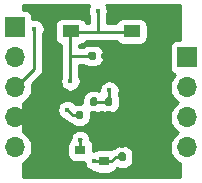
<source format=gbr>
%TF.GenerationSoftware,KiCad,Pcbnew,(5.1.7-0-10_14)*%
%TF.CreationDate,2020-11-09T11:56:13+00:00*%
%TF.ProjectId,STM32G031J6_Breakout,53544d33-3247-4303-9331-4a365f427265,rev?*%
%TF.SameCoordinates,Original*%
%TF.FileFunction,Copper,L2,Bot*%
%TF.FilePolarity,Positive*%
%FSLAX46Y46*%
G04 Gerber Fmt 4.6, Leading zero omitted, Abs format (unit mm)*
G04 Created by KiCad (PCBNEW (5.1.7-0-10_14)) date 2020-11-09 11:56:13*
%MOMM*%
%LPD*%
G01*
G04 APERTURE LIST*
%TA.AperFunction,ComponentPad*%
%ADD10O,1.700000X1.700000*%
%TD*%
%TA.AperFunction,ComponentPad*%
%ADD11R,1.700000X1.700000*%
%TD*%
%TA.AperFunction,SMDPad,CuDef*%
%ADD12R,0.900000X0.800000*%
%TD*%
%TA.AperFunction,SMDPad,CuDef*%
%ADD13R,1.450000X1.000000*%
%TD*%
%TA.AperFunction,ViaPad*%
%ADD14C,0.450000*%
%TD*%
%TA.AperFunction,Conductor*%
%ADD15C,0.250000*%
%TD*%
%TA.AperFunction,Conductor*%
%ADD16C,1.000000*%
%TD*%
%TA.AperFunction,Conductor*%
%ADD17C,0.254000*%
%TD*%
%TA.AperFunction,Conductor*%
%ADD18C,0.100000*%
%TD*%
G04 APERTURE END LIST*
D10*
%TO.P,J4,4*%
%TO.N,/PA8*%
X144780000Y-101600000D03*
%TO.P,J4,3*%
%TO.N,/PA12*%
X144780000Y-99060000D03*
%TO.P,J4,2*%
%TO.N,/SWDIO*%
X144780000Y-96520000D03*
D11*
%TO.P,J4,1*%
%TO.N,/SWCLK*%
X144780000Y-93980000D03*
%TD*%
D10*
%TO.P,J1,5*%
%TO.N,/NRST*%
X130175000Y-101600000D03*
%TO.P,J1,4*%
%TO.N,GNDS*%
X130175000Y-99060000D03*
%TO.P,J1,3*%
%TO.N,+3V3*%
X130175000Y-96520000D03*
%TO.P,J1,2*%
%TO.N,/PB7*%
X130175000Y-93980000D03*
D11*
%TO.P,J1,1*%
%TO.N,/VIN*%
X130175000Y-91440000D03*
%TD*%
D12*
%TO.P,U1,3*%
%TO.N,/VIN*%
X135715500Y-101828600D03*
%TO.P,U1,2*%
%TO.N,+3V3*%
X137715500Y-102778600D03*
%TO.P,U1,1*%
%TO.N,GNDS*%
X137715500Y-100878600D03*
%TD*%
D13*
%TO.P,SW1,1*%
%TO.N,GNDS*%
X134902500Y-90082000D03*
X140052500Y-90082000D03*
%TO.P,SW1,2*%
%TO.N,/NRST*%
X140052500Y-91782000D03*
X134902500Y-91782000D03*
%TD*%
%TO.P,C5,2*%
%TO.N,GNDS*%
%TA.AperFunction,SMDPad,CuDef*%
G36*
G01*
X137487000Y-94008000D02*
X137487000Y-93698000D01*
G75*
G02*
X137642000Y-93543000I155000J0D01*
G01*
X138067000Y-93543000D01*
G75*
G02*
X138222000Y-93698000I0J-155000D01*
G01*
X138222000Y-94008000D01*
G75*
G02*
X138067000Y-94163000I-155000J0D01*
G01*
X137642000Y-94163000D01*
G75*
G02*
X137487000Y-94008000I0J155000D01*
G01*
G37*
%TD.AperFunction*%
%TO.P,C5,1*%
%TO.N,/NRST*%
%TA.AperFunction,SMDPad,CuDef*%
G36*
G01*
X136352000Y-94008000D02*
X136352000Y-93698000D01*
G75*
G02*
X136507000Y-93543000I155000J0D01*
G01*
X136932000Y-93543000D01*
G75*
G02*
X137087000Y-93698000I0J-155000D01*
G01*
X137087000Y-94008000D01*
G75*
G02*
X136932000Y-94163000I-155000J0D01*
G01*
X136507000Y-94163000D01*
G75*
G02*
X136352000Y-94008000I0J155000D01*
G01*
G37*
%TD.AperFunction*%
%TD*%
%TO.P,C4,2*%
%TO.N,GNDS*%
%TA.AperFunction,SMDPad,CuDef*%
G36*
G01*
X137957500Y-98498000D02*
X138267500Y-98498000D01*
G75*
G02*
X138422500Y-98653000I0J-155000D01*
G01*
X138422500Y-99078000D01*
G75*
G02*
X138267500Y-99233000I-155000J0D01*
G01*
X137957500Y-99233000D01*
G75*
G02*
X137802500Y-99078000I0J155000D01*
G01*
X137802500Y-98653000D01*
G75*
G02*
X137957500Y-98498000I155000J0D01*
G01*
G37*
%TD.AperFunction*%
%TO.P,C4,1*%
%TO.N,+3V3*%
%TA.AperFunction,SMDPad,CuDef*%
G36*
G01*
X137957500Y-97363000D02*
X138267500Y-97363000D01*
G75*
G02*
X138422500Y-97518000I0J-155000D01*
G01*
X138422500Y-97943000D01*
G75*
G02*
X138267500Y-98098000I-155000J0D01*
G01*
X137957500Y-98098000D01*
G75*
G02*
X137802500Y-97943000I0J155000D01*
G01*
X137802500Y-97518000D01*
G75*
G02*
X137957500Y-97363000I155000J0D01*
G01*
G37*
%TD.AperFunction*%
%TD*%
%TO.P,C3,2*%
%TO.N,GNDS*%
%TA.AperFunction,SMDPad,CuDef*%
G36*
G01*
X136687500Y-98498000D02*
X136997500Y-98498000D01*
G75*
G02*
X137152500Y-98653000I0J-155000D01*
G01*
X137152500Y-99078000D01*
G75*
G02*
X136997500Y-99233000I-155000J0D01*
G01*
X136687500Y-99233000D01*
G75*
G02*
X136532500Y-99078000I0J155000D01*
G01*
X136532500Y-98653000D01*
G75*
G02*
X136687500Y-98498000I155000J0D01*
G01*
G37*
%TD.AperFunction*%
%TO.P,C3,1*%
%TO.N,+3V3*%
%TA.AperFunction,SMDPad,CuDef*%
G36*
G01*
X136687500Y-97363000D02*
X136997500Y-97363000D01*
G75*
G02*
X137152500Y-97518000I0J-155000D01*
G01*
X137152500Y-97943000D01*
G75*
G02*
X136997500Y-98098000I-155000J0D01*
G01*
X136687500Y-98098000D01*
G75*
G02*
X136532500Y-97943000I0J155000D01*
G01*
X136532500Y-97518000D01*
G75*
G02*
X136687500Y-97363000I155000J0D01*
G01*
G37*
%TD.AperFunction*%
%TD*%
%TO.P,C2,2*%
%TO.N,GNDS*%
%TA.AperFunction,SMDPad,CuDef*%
G36*
G01*
X139410500Y-101628600D02*
X139100500Y-101628600D01*
G75*
G02*
X138945500Y-101473600I0J155000D01*
G01*
X138945500Y-101048600D01*
G75*
G02*
X139100500Y-100893600I155000J0D01*
G01*
X139410500Y-100893600D01*
G75*
G02*
X139565500Y-101048600I0J-155000D01*
G01*
X139565500Y-101473600D01*
G75*
G02*
X139410500Y-101628600I-155000J0D01*
G01*
G37*
%TD.AperFunction*%
%TO.P,C2,1*%
%TO.N,+3V3*%
%TA.AperFunction,SMDPad,CuDef*%
G36*
G01*
X139410500Y-102763600D02*
X139100500Y-102763600D01*
G75*
G02*
X138945500Y-102608600I0J155000D01*
G01*
X138945500Y-102183600D01*
G75*
G02*
X139100500Y-102028600I155000J0D01*
G01*
X139410500Y-102028600D01*
G75*
G02*
X139565500Y-102183600I0J-155000D01*
G01*
X139565500Y-102608600D01*
G75*
G02*
X139410500Y-102763600I-155000J0D01*
G01*
G37*
%TD.AperFunction*%
%TD*%
%TO.P,C1,2*%
%TO.N,GNDS*%
%TA.AperFunction,SMDPad,CuDef*%
G36*
G01*
X135791000Y-98098000D02*
X135481000Y-98098000D01*
G75*
G02*
X135326000Y-97943000I0J155000D01*
G01*
X135326000Y-97518000D01*
G75*
G02*
X135481000Y-97363000I155000J0D01*
G01*
X135791000Y-97363000D01*
G75*
G02*
X135946000Y-97518000I0J-155000D01*
G01*
X135946000Y-97943000D01*
G75*
G02*
X135791000Y-98098000I-155000J0D01*
G01*
G37*
%TD.AperFunction*%
%TO.P,C1,1*%
%TO.N,/VIN*%
%TA.AperFunction,SMDPad,CuDef*%
G36*
G01*
X135791000Y-99233000D02*
X135481000Y-99233000D01*
G75*
G02*
X135326000Y-99078000I0J155000D01*
G01*
X135326000Y-98653000D01*
G75*
G02*
X135481000Y-98498000I155000J0D01*
G01*
X135791000Y-98498000D01*
G75*
G02*
X135946000Y-98653000I0J-155000D01*
G01*
X135946000Y-99078000D01*
G75*
G02*
X135791000Y-99233000I-155000J0D01*
G01*
G37*
%TD.AperFunction*%
%TD*%
D14*
%TO.N,GNDS*%
X141757400Y-90043000D03*
X135509000Y-103377990D03*
%TO.N,+3V3*%
X136906000Y-102783458D03*
X138176012Y-96774000D03*
X131826000Y-91567000D03*
%TO.N,/NRST*%
X137185400Y-90017600D03*
X134873996Y-96012000D03*
%TO.N,/VIN*%
X135715496Y-100965000D03*
X134620000Y-98425000D03*
%TD*%
D15*
%TO.N,GNDS*%
X137715500Y-99721100D02*
X137283000Y-99288600D01*
X137715500Y-100878600D02*
X137715500Y-99721100D01*
X138873000Y-100878600D02*
X139255500Y-101261100D01*
X137715500Y-100878600D02*
X138873000Y-100878600D01*
X133985000Y-100626100D02*
X133985000Y-99949000D01*
X133985000Y-99949000D02*
X133858000Y-99822000D01*
D16*
X133985000Y-100626100D02*
X133985000Y-99822000D01*
X133223000Y-99060000D02*
X130646010Y-99060000D01*
X133985000Y-99822000D02*
X133223000Y-99060000D01*
D15*
%TO.N,+3V3*%
X138112500Y-97730500D02*
X136842500Y-97730500D01*
X138700700Y-102396100D02*
X139255500Y-102396100D01*
X138315700Y-102781100D02*
X138700700Y-102396100D01*
X137731500Y-102781100D02*
X138315700Y-102781100D01*
X137715500Y-102778600D02*
X136910858Y-102778600D01*
X136910858Y-102778600D02*
X136906000Y-102783458D01*
X138176012Y-97663012D02*
X138176012Y-96774000D01*
X138243500Y-97730500D02*
X138176012Y-97663012D01*
X131826000Y-91885198D02*
X131826000Y-91567000D01*
X130271010Y-96520000D02*
X131826000Y-94965010D01*
X131826000Y-94965010D02*
X131826000Y-91885198D01*
%TO.N,/NRST*%
X137185400Y-91821000D02*
X140052500Y-91821000D01*
X134902500Y-91821000D02*
X137185400Y-91821000D01*
X136652000Y-93853000D02*
X134902500Y-93853000D01*
X134874000Y-96011996D02*
X134873996Y-96012000D01*
X134874000Y-91821000D02*
X134874000Y-96011996D01*
X137185400Y-91821000D02*
X137185400Y-90017600D01*
%TO.N,/VIN*%
X135715500Y-100965004D02*
X135715496Y-100965000D01*
X135763000Y-100917496D02*
X135715496Y-100965000D01*
X135715500Y-101828600D02*
X135715500Y-100965004D01*
X135060500Y-98865500D02*
X134620000Y-98425000D01*
X135636000Y-98865500D02*
X135060500Y-98865500D01*
%TD*%
D17*
%TO.N,GNDS*%
X136423278Y-89610237D02*
X136358449Y-89766747D01*
X136325400Y-89932897D01*
X136325400Y-90102303D01*
X136358449Y-90268453D01*
X136423278Y-90424963D01*
X136425401Y-90428140D01*
X136425400Y-91061000D01*
X136224034Y-91061000D01*
X136217002Y-91037820D01*
X136158037Y-90927506D01*
X136078685Y-90830815D01*
X135981994Y-90751463D01*
X135871680Y-90692498D01*
X135751982Y-90656188D01*
X135627500Y-90643928D01*
X134177500Y-90643928D01*
X134053018Y-90656188D01*
X133933320Y-90692498D01*
X133823006Y-90751463D01*
X133726315Y-90830815D01*
X133646963Y-90927506D01*
X133587998Y-91037820D01*
X133551688Y-91157518D01*
X133539428Y-91282000D01*
X133539428Y-92282000D01*
X133551688Y-92406482D01*
X133587998Y-92526180D01*
X133646963Y-92636494D01*
X133726315Y-92733185D01*
X133823006Y-92812537D01*
X133933320Y-92871502D01*
X134053018Y-92907812D01*
X134114000Y-92913818D01*
X134114001Y-95601454D01*
X134111874Y-95604637D01*
X134047045Y-95761147D01*
X134013996Y-95927297D01*
X134013996Y-96096703D01*
X134047045Y-96262853D01*
X134111874Y-96419363D01*
X134205991Y-96560218D01*
X134325778Y-96680005D01*
X134466633Y-96774122D01*
X134623143Y-96838951D01*
X134789293Y-96872000D01*
X134958699Y-96872000D01*
X135124849Y-96838951D01*
X135281359Y-96774122D01*
X135422214Y-96680005D01*
X135542001Y-96560218D01*
X135636118Y-96419363D01*
X135700947Y-96262853D01*
X135733996Y-96096703D01*
X135733996Y-95927297D01*
X135700947Y-95761147D01*
X135636118Y-95604637D01*
X135634000Y-95601467D01*
X135634000Y-94613000D01*
X136000087Y-94613000D01*
X136066393Y-94667415D01*
X136203504Y-94740703D01*
X136352279Y-94785833D01*
X136507000Y-94801072D01*
X136932000Y-94801072D01*
X137086721Y-94785833D01*
X137235496Y-94740703D01*
X137372607Y-94667415D01*
X137492787Y-94568787D01*
X137591415Y-94448607D01*
X137664703Y-94311496D01*
X137709833Y-94162721D01*
X137725072Y-94008000D01*
X137725072Y-93698000D01*
X137709833Y-93543279D01*
X137664703Y-93394504D01*
X137591415Y-93257393D01*
X137492787Y-93137213D01*
X137372607Y-93038585D01*
X137235496Y-92965297D01*
X137086721Y-92920167D01*
X136932000Y-92904928D01*
X136507000Y-92904928D01*
X136352279Y-92920167D01*
X136203504Y-92965297D01*
X136066393Y-93038585D01*
X136000087Y-93093000D01*
X135634000Y-93093000D01*
X135634000Y-92919432D01*
X135751982Y-92907812D01*
X135871680Y-92871502D01*
X135981994Y-92812537D01*
X136078685Y-92733185D01*
X136158037Y-92636494D01*
X136187700Y-92581000D01*
X137148067Y-92581000D01*
X137185400Y-92584677D01*
X137222733Y-92581000D01*
X138767300Y-92581000D01*
X138796963Y-92636494D01*
X138876315Y-92733185D01*
X138973006Y-92812537D01*
X139083320Y-92871502D01*
X139203018Y-92907812D01*
X139327500Y-92920072D01*
X140777500Y-92920072D01*
X140901982Y-92907812D01*
X141021680Y-92871502D01*
X141131994Y-92812537D01*
X141228685Y-92733185D01*
X141308037Y-92636494D01*
X141367002Y-92526180D01*
X141403312Y-92406482D01*
X141415572Y-92282000D01*
X141415572Y-91282000D01*
X141403312Y-91157518D01*
X141367002Y-91037820D01*
X141308037Y-90927506D01*
X141228685Y-90830815D01*
X141131994Y-90751463D01*
X141021680Y-90692498D01*
X140901982Y-90656188D01*
X140777500Y-90643928D01*
X139327500Y-90643928D01*
X139203018Y-90656188D01*
X139083320Y-90692498D01*
X138973006Y-90751463D01*
X138876315Y-90830815D01*
X138796963Y-90927506D01*
X138737998Y-91037820D01*
X138730966Y-91061000D01*
X137945400Y-91061000D01*
X137945400Y-90428139D01*
X137947522Y-90424963D01*
X138012351Y-90268453D01*
X138045400Y-90102303D01*
X138045400Y-89932897D01*
X138012351Y-89766747D01*
X137947522Y-89610237D01*
X137913954Y-89560000D01*
X144120000Y-89560000D01*
X144120000Y-92491928D01*
X143930000Y-92491928D01*
X143805518Y-92504188D01*
X143685820Y-92540498D01*
X143575506Y-92599463D01*
X143478815Y-92678815D01*
X143399463Y-92775506D01*
X143340498Y-92885820D01*
X143304188Y-93005518D01*
X143291928Y-93130000D01*
X143291928Y-94830000D01*
X143304188Y-94954482D01*
X143340498Y-95074180D01*
X143399463Y-95184494D01*
X143478815Y-95281185D01*
X143575506Y-95360537D01*
X143685820Y-95419502D01*
X143758380Y-95441513D01*
X143626525Y-95573368D01*
X143464010Y-95816589D01*
X143352068Y-96086842D01*
X143295000Y-96373740D01*
X143295000Y-96666260D01*
X143352068Y-96953158D01*
X143464010Y-97223411D01*
X143626525Y-97466632D01*
X143833368Y-97673475D01*
X144007760Y-97790000D01*
X143833368Y-97906525D01*
X143626525Y-98113368D01*
X143464010Y-98356589D01*
X143352068Y-98626842D01*
X143295000Y-98913740D01*
X143295000Y-99206260D01*
X143352068Y-99493158D01*
X143464010Y-99763411D01*
X143626525Y-100006632D01*
X143833368Y-100213475D01*
X144007760Y-100330000D01*
X143833368Y-100446525D01*
X143626525Y-100653368D01*
X143464010Y-100896589D01*
X143352068Y-101166842D01*
X143295000Y-101453740D01*
X143295000Y-101746260D01*
X143352068Y-102033158D01*
X143464010Y-102303411D01*
X143626525Y-102546632D01*
X143833368Y-102753475D01*
X144076589Y-102915990D01*
X144120001Y-102933972D01*
X144120001Y-104115000D01*
X130835000Y-104115000D01*
X130835000Y-102933971D01*
X130878411Y-102915990D01*
X131121632Y-102753475D01*
X131328475Y-102546632D01*
X131490990Y-102303411D01*
X131602932Y-102033158D01*
X131660000Y-101746260D01*
X131660000Y-101453740D01*
X131655000Y-101428600D01*
X134627428Y-101428600D01*
X134627428Y-102228600D01*
X134639688Y-102353082D01*
X134675998Y-102472780D01*
X134734963Y-102583094D01*
X134814315Y-102679785D01*
X134911006Y-102759137D01*
X135021320Y-102818102D01*
X135141018Y-102854412D01*
X135265500Y-102866672D01*
X136046000Y-102866672D01*
X136046000Y-102868161D01*
X136079049Y-103034311D01*
X136143878Y-103190821D01*
X136237995Y-103331676D01*
X136357782Y-103451463D01*
X136498637Y-103545580D01*
X136655147Y-103610409D01*
X136821297Y-103643458D01*
X136830976Y-103643458D01*
X136911006Y-103709137D01*
X137021320Y-103768102D01*
X137141018Y-103804412D01*
X137265500Y-103816672D01*
X138165500Y-103816672D01*
X138289982Y-103804412D01*
X138409680Y-103768102D01*
X138519994Y-103709137D01*
X138616685Y-103629785D01*
X138696037Y-103533094D01*
X138755002Y-103422780D01*
X138762691Y-103397432D01*
X138821887Y-103348851D01*
X138945779Y-103386433D01*
X139100500Y-103401672D01*
X139410500Y-103401672D01*
X139565221Y-103386433D01*
X139713996Y-103341303D01*
X139851107Y-103268015D01*
X139971287Y-103169387D01*
X140069915Y-103049207D01*
X140143203Y-102912096D01*
X140188333Y-102763321D01*
X140203572Y-102608600D01*
X140203572Y-102183600D01*
X140188333Y-102028879D01*
X140143203Y-101880104D01*
X140069915Y-101742993D01*
X139971287Y-101622813D01*
X139851107Y-101524185D01*
X139713996Y-101450897D01*
X139565221Y-101405767D01*
X139410500Y-101390528D01*
X139100500Y-101390528D01*
X138945779Y-101405767D01*
X138797004Y-101450897D01*
X138659893Y-101524185D01*
X138539713Y-101622813D01*
X138509200Y-101659993D01*
X138408453Y-101690554D01*
X138291284Y-101753183D01*
X138289982Y-101752788D01*
X138165500Y-101740528D01*
X137265500Y-101740528D01*
X137141018Y-101752788D01*
X137021320Y-101789098D01*
X136911006Y-101848063D01*
X136818446Y-101924025D01*
X136803572Y-101926984D01*
X136803572Y-101428600D01*
X136791312Y-101304118D01*
X136755002Y-101184420D01*
X136696037Y-101074106D01*
X136616685Y-100977415D01*
X136575496Y-100943612D01*
X136575496Y-100880297D01*
X136542447Y-100714147D01*
X136477618Y-100557637D01*
X136383501Y-100416782D01*
X136263714Y-100296995D01*
X136122859Y-100202878D01*
X135966349Y-100138049D01*
X135800199Y-100105000D01*
X135630793Y-100105000D01*
X135464643Y-100138049D01*
X135308133Y-100202878D01*
X135167278Y-100296995D01*
X135047491Y-100416782D01*
X134953374Y-100557637D01*
X134888545Y-100714147D01*
X134855496Y-100880297D01*
X134855496Y-100943619D01*
X134814315Y-100977415D01*
X134734963Y-101074106D01*
X134675998Y-101184420D01*
X134639688Y-101304118D01*
X134627428Y-101428600D01*
X131655000Y-101428600D01*
X131602932Y-101166842D01*
X131490990Y-100896589D01*
X131328475Y-100653368D01*
X131121632Y-100446525D01*
X130878411Y-100284010D01*
X130835000Y-100266029D01*
X130835000Y-98340297D01*
X133760000Y-98340297D01*
X133760000Y-98509703D01*
X133793049Y-98675853D01*
X133857878Y-98832363D01*
X133951995Y-98973218D01*
X134071782Y-99093005D01*
X134212637Y-99187122D01*
X134369147Y-99251951D01*
X134372896Y-99252697D01*
X134496696Y-99376497D01*
X134520499Y-99405501D01*
X134593646Y-99465531D01*
X134636223Y-99500474D01*
X134768253Y-99571046D01*
X134896562Y-99609967D01*
X134920213Y-99638787D01*
X135040393Y-99737415D01*
X135177504Y-99810703D01*
X135326279Y-99855833D01*
X135481000Y-99871072D01*
X135791000Y-99871072D01*
X135945721Y-99855833D01*
X136094496Y-99810703D01*
X136231607Y-99737415D01*
X136351787Y-99638787D01*
X136450415Y-99518607D01*
X136523703Y-99381496D01*
X136568833Y-99232721D01*
X136584072Y-99078000D01*
X136584072Y-98725885D01*
X136687500Y-98736072D01*
X136997500Y-98736072D01*
X137152221Y-98720833D01*
X137300996Y-98675703D01*
X137438107Y-98602415D01*
X137477500Y-98570086D01*
X137516893Y-98602415D01*
X137654004Y-98675703D01*
X137802779Y-98720833D01*
X137957500Y-98736072D01*
X138267500Y-98736072D01*
X138422221Y-98720833D01*
X138570996Y-98675703D01*
X138708107Y-98602415D01*
X138828287Y-98503787D01*
X138926915Y-98383607D01*
X139000203Y-98246496D01*
X139045333Y-98097721D01*
X139060572Y-97943000D01*
X139060572Y-97518000D01*
X139045333Y-97363279D01*
X139000203Y-97214504D01*
X138957499Y-97134612D01*
X139002963Y-97024853D01*
X139036012Y-96858703D01*
X139036012Y-96689297D01*
X139002963Y-96523147D01*
X138938134Y-96366637D01*
X138844017Y-96225782D01*
X138724230Y-96105995D01*
X138583375Y-96011878D01*
X138426865Y-95947049D01*
X138260715Y-95914000D01*
X138091309Y-95914000D01*
X137925159Y-95947049D01*
X137768649Y-96011878D01*
X137627794Y-96105995D01*
X137508007Y-96225782D01*
X137413890Y-96366637D01*
X137349061Y-96523147D01*
X137316012Y-96689297D01*
X137316012Y-96793323D01*
X137300996Y-96785297D01*
X137152221Y-96740167D01*
X136997500Y-96724928D01*
X136687500Y-96724928D01*
X136532779Y-96740167D01*
X136384004Y-96785297D01*
X136246893Y-96858585D01*
X136126713Y-96957213D01*
X136028085Y-97077393D01*
X135954797Y-97214504D01*
X135909667Y-97363279D01*
X135894428Y-97518000D01*
X135894428Y-97870115D01*
X135791000Y-97859928D01*
X135481000Y-97859928D01*
X135326279Y-97875167D01*
X135293558Y-97885093D01*
X135288005Y-97876782D01*
X135168218Y-97756995D01*
X135027363Y-97662878D01*
X134870853Y-97598049D01*
X134704703Y-97565000D01*
X134535297Y-97565000D01*
X134369147Y-97598049D01*
X134212637Y-97662878D01*
X134071782Y-97756995D01*
X133951995Y-97876782D01*
X133857878Y-98017637D01*
X133793049Y-98174147D01*
X133760000Y-98340297D01*
X130835000Y-98340297D01*
X130835000Y-97853971D01*
X130878411Y-97835990D01*
X131121632Y-97673475D01*
X131328475Y-97466632D01*
X131490990Y-97223411D01*
X131602932Y-96953158D01*
X131660000Y-96666260D01*
X131660000Y-96373740D01*
X131632139Y-96233673D01*
X132337004Y-95528808D01*
X132366001Y-95505011D01*
X132412627Y-95448197D01*
X132460974Y-95389287D01*
X132531546Y-95257257D01*
X132547698Y-95204010D01*
X132575003Y-95113996D01*
X132586000Y-95002343D01*
X132586000Y-95002333D01*
X132589676Y-94965010D01*
X132586000Y-94927687D01*
X132586000Y-91977539D01*
X132588122Y-91974363D01*
X132652951Y-91817853D01*
X132686000Y-91651703D01*
X132686000Y-91482297D01*
X132652951Y-91316147D01*
X132588122Y-91159637D01*
X132494005Y-91018782D01*
X132374218Y-90898995D01*
X132233363Y-90804878D01*
X132076853Y-90740049D01*
X131910703Y-90707000D01*
X131741297Y-90707000D01*
X131663072Y-90722560D01*
X131663072Y-90590000D01*
X131650812Y-90465518D01*
X131614502Y-90345820D01*
X131555537Y-90235506D01*
X131476185Y-90138815D01*
X131379494Y-90059463D01*
X131269180Y-90000498D01*
X131149482Y-89964188D01*
X131025000Y-89951928D01*
X130835000Y-89951928D01*
X130835000Y-89560000D01*
X136456846Y-89560000D01*
X136423278Y-89610237D01*
%TA.AperFunction,Conductor*%
D18*
G36*
X136423278Y-89610237D02*
G01*
X136358449Y-89766747D01*
X136325400Y-89932897D01*
X136325400Y-90102303D01*
X136358449Y-90268453D01*
X136423278Y-90424963D01*
X136425401Y-90428140D01*
X136425400Y-91061000D01*
X136224034Y-91061000D01*
X136217002Y-91037820D01*
X136158037Y-90927506D01*
X136078685Y-90830815D01*
X135981994Y-90751463D01*
X135871680Y-90692498D01*
X135751982Y-90656188D01*
X135627500Y-90643928D01*
X134177500Y-90643928D01*
X134053018Y-90656188D01*
X133933320Y-90692498D01*
X133823006Y-90751463D01*
X133726315Y-90830815D01*
X133646963Y-90927506D01*
X133587998Y-91037820D01*
X133551688Y-91157518D01*
X133539428Y-91282000D01*
X133539428Y-92282000D01*
X133551688Y-92406482D01*
X133587998Y-92526180D01*
X133646963Y-92636494D01*
X133726315Y-92733185D01*
X133823006Y-92812537D01*
X133933320Y-92871502D01*
X134053018Y-92907812D01*
X134114000Y-92913818D01*
X134114001Y-95601454D01*
X134111874Y-95604637D01*
X134047045Y-95761147D01*
X134013996Y-95927297D01*
X134013996Y-96096703D01*
X134047045Y-96262853D01*
X134111874Y-96419363D01*
X134205991Y-96560218D01*
X134325778Y-96680005D01*
X134466633Y-96774122D01*
X134623143Y-96838951D01*
X134789293Y-96872000D01*
X134958699Y-96872000D01*
X135124849Y-96838951D01*
X135281359Y-96774122D01*
X135422214Y-96680005D01*
X135542001Y-96560218D01*
X135636118Y-96419363D01*
X135700947Y-96262853D01*
X135733996Y-96096703D01*
X135733996Y-95927297D01*
X135700947Y-95761147D01*
X135636118Y-95604637D01*
X135634000Y-95601467D01*
X135634000Y-94613000D01*
X136000087Y-94613000D01*
X136066393Y-94667415D01*
X136203504Y-94740703D01*
X136352279Y-94785833D01*
X136507000Y-94801072D01*
X136932000Y-94801072D01*
X137086721Y-94785833D01*
X137235496Y-94740703D01*
X137372607Y-94667415D01*
X137492787Y-94568787D01*
X137591415Y-94448607D01*
X137664703Y-94311496D01*
X137709833Y-94162721D01*
X137725072Y-94008000D01*
X137725072Y-93698000D01*
X137709833Y-93543279D01*
X137664703Y-93394504D01*
X137591415Y-93257393D01*
X137492787Y-93137213D01*
X137372607Y-93038585D01*
X137235496Y-92965297D01*
X137086721Y-92920167D01*
X136932000Y-92904928D01*
X136507000Y-92904928D01*
X136352279Y-92920167D01*
X136203504Y-92965297D01*
X136066393Y-93038585D01*
X136000087Y-93093000D01*
X135634000Y-93093000D01*
X135634000Y-92919432D01*
X135751982Y-92907812D01*
X135871680Y-92871502D01*
X135981994Y-92812537D01*
X136078685Y-92733185D01*
X136158037Y-92636494D01*
X136187700Y-92581000D01*
X137148067Y-92581000D01*
X137185400Y-92584677D01*
X137222733Y-92581000D01*
X138767300Y-92581000D01*
X138796963Y-92636494D01*
X138876315Y-92733185D01*
X138973006Y-92812537D01*
X139083320Y-92871502D01*
X139203018Y-92907812D01*
X139327500Y-92920072D01*
X140777500Y-92920072D01*
X140901982Y-92907812D01*
X141021680Y-92871502D01*
X141131994Y-92812537D01*
X141228685Y-92733185D01*
X141308037Y-92636494D01*
X141367002Y-92526180D01*
X141403312Y-92406482D01*
X141415572Y-92282000D01*
X141415572Y-91282000D01*
X141403312Y-91157518D01*
X141367002Y-91037820D01*
X141308037Y-90927506D01*
X141228685Y-90830815D01*
X141131994Y-90751463D01*
X141021680Y-90692498D01*
X140901982Y-90656188D01*
X140777500Y-90643928D01*
X139327500Y-90643928D01*
X139203018Y-90656188D01*
X139083320Y-90692498D01*
X138973006Y-90751463D01*
X138876315Y-90830815D01*
X138796963Y-90927506D01*
X138737998Y-91037820D01*
X138730966Y-91061000D01*
X137945400Y-91061000D01*
X137945400Y-90428139D01*
X137947522Y-90424963D01*
X138012351Y-90268453D01*
X138045400Y-90102303D01*
X138045400Y-89932897D01*
X138012351Y-89766747D01*
X137947522Y-89610237D01*
X137913954Y-89560000D01*
X144120000Y-89560000D01*
X144120000Y-92491928D01*
X143930000Y-92491928D01*
X143805518Y-92504188D01*
X143685820Y-92540498D01*
X143575506Y-92599463D01*
X143478815Y-92678815D01*
X143399463Y-92775506D01*
X143340498Y-92885820D01*
X143304188Y-93005518D01*
X143291928Y-93130000D01*
X143291928Y-94830000D01*
X143304188Y-94954482D01*
X143340498Y-95074180D01*
X143399463Y-95184494D01*
X143478815Y-95281185D01*
X143575506Y-95360537D01*
X143685820Y-95419502D01*
X143758380Y-95441513D01*
X143626525Y-95573368D01*
X143464010Y-95816589D01*
X143352068Y-96086842D01*
X143295000Y-96373740D01*
X143295000Y-96666260D01*
X143352068Y-96953158D01*
X143464010Y-97223411D01*
X143626525Y-97466632D01*
X143833368Y-97673475D01*
X144007760Y-97790000D01*
X143833368Y-97906525D01*
X143626525Y-98113368D01*
X143464010Y-98356589D01*
X143352068Y-98626842D01*
X143295000Y-98913740D01*
X143295000Y-99206260D01*
X143352068Y-99493158D01*
X143464010Y-99763411D01*
X143626525Y-100006632D01*
X143833368Y-100213475D01*
X144007760Y-100330000D01*
X143833368Y-100446525D01*
X143626525Y-100653368D01*
X143464010Y-100896589D01*
X143352068Y-101166842D01*
X143295000Y-101453740D01*
X143295000Y-101746260D01*
X143352068Y-102033158D01*
X143464010Y-102303411D01*
X143626525Y-102546632D01*
X143833368Y-102753475D01*
X144076589Y-102915990D01*
X144120001Y-102933972D01*
X144120001Y-104115000D01*
X130835000Y-104115000D01*
X130835000Y-102933971D01*
X130878411Y-102915990D01*
X131121632Y-102753475D01*
X131328475Y-102546632D01*
X131490990Y-102303411D01*
X131602932Y-102033158D01*
X131660000Y-101746260D01*
X131660000Y-101453740D01*
X131655000Y-101428600D01*
X134627428Y-101428600D01*
X134627428Y-102228600D01*
X134639688Y-102353082D01*
X134675998Y-102472780D01*
X134734963Y-102583094D01*
X134814315Y-102679785D01*
X134911006Y-102759137D01*
X135021320Y-102818102D01*
X135141018Y-102854412D01*
X135265500Y-102866672D01*
X136046000Y-102866672D01*
X136046000Y-102868161D01*
X136079049Y-103034311D01*
X136143878Y-103190821D01*
X136237995Y-103331676D01*
X136357782Y-103451463D01*
X136498637Y-103545580D01*
X136655147Y-103610409D01*
X136821297Y-103643458D01*
X136830976Y-103643458D01*
X136911006Y-103709137D01*
X137021320Y-103768102D01*
X137141018Y-103804412D01*
X137265500Y-103816672D01*
X138165500Y-103816672D01*
X138289982Y-103804412D01*
X138409680Y-103768102D01*
X138519994Y-103709137D01*
X138616685Y-103629785D01*
X138696037Y-103533094D01*
X138755002Y-103422780D01*
X138762691Y-103397432D01*
X138821887Y-103348851D01*
X138945779Y-103386433D01*
X139100500Y-103401672D01*
X139410500Y-103401672D01*
X139565221Y-103386433D01*
X139713996Y-103341303D01*
X139851107Y-103268015D01*
X139971287Y-103169387D01*
X140069915Y-103049207D01*
X140143203Y-102912096D01*
X140188333Y-102763321D01*
X140203572Y-102608600D01*
X140203572Y-102183600D01*
X140188333Y-102028879D01*
X140143203Y-101880104D01*
X140069915Y-101742993D01*
X139971287Y-101622813D01*
X139851107Y-101524185D01*
X139713996Y-101450897D01*
X139565221Y-101405767D01*
X139410500Y-101390528D01*
X139100500Y-101390528D01*
X138945779Y-101405767D01*
X138797004Y-101450897D01*
X138659893Y-101524185D01*
X138539713Y-101622813D01*
X138509200Y-101659993D01*
X138408453Y-101690554D01*
X138291284Y-101753183D01*
X138289982Y-101752788D01*
X138165500Y-101740528D01*
X137265500Y-101740528D01*
X137141018Y-101752788D01*
X137021320Y-101789098D01*
X136911006Y-101848063D01*
X136818446Y-101924025D01*
X136803572Y-101926984D01*
X136803572Y-101428600D01*
X136791312Y-101304118D01*
X136755002Y-101184420D01*
X136696037Y-101074106D01*
X136616685Y-100977415D01*
X136575496Y-100943612D01*
X136575496Y-100880297D01*
X136542447Y-100714147D01*
X136477618Y-100557637D01*
X136383501Y-100416782D01*
X136263714Y-100296995D01*
X136122859Y-100202878D01*
X135966349Y-100138049D01*
X135800199Y-100105000D01*
X135630793Y-100105000D01*
X135464643Y-100138049D01*
X135308133Y-100202878D01*
X135167278Y-100296995D01*
X135047491Y-100416782D01*
X134953374Y-100557637D01*
X134888545Y-100714147D01*
X134855496Y-100880297D01*
X134855496Y-100943619D01*
X134814315Y-100977415D01*
X134734963Y-101074106D01*
X134675998Y-101184420D01*
X134639688Y-101304118D01*
X134627428Y-101428600D01*
X131655000Y-101428600D01*
X131602932Y-101166842D01*
X131490990Y-100896589D01*
X131328475Y-100653368D01*
X131121632Y-100446525D01*
X130878411Y-100284010D01*
X130835000Y-100266029D01*
X130835000Y-98340297D01*
X133760000Y-98340297D01*
X133760000Y-98509703D01*
X133793049Y-98675853D01*
X133857878Y-98832363D01*
X133951995Y-98973218D01*
X134071782Y-99093005D01*
X134212637Y-99187122D01*
X134369147Y-99251951D01*
X134372896Y-99252697D01*
X134496696Y-99376497D01*
X134520499Y-99405501D01*
X134593646Y-99465531D01*
X134636223Y-99500474D01*
X134768253Y-99571046D01*
X134896562Y-99609967D01*
X134920213Y-99638787D01*
X135040393Y-99737415D01*
X135177504Y-99810703D01*
X135326279Y-99855833D01*
X135481000Y-99871072D01*
X135791000Y-99871072D01*
X135945721Y-99855833D01*
X136094496Y-99810703D01*
X136231607Y-99737415D01*
X136351787Y-99638787D01*
X136450415Y-99518607D01*
X136523703Y-99381496D01*
X136568833Y-99232721D01*
X136584072Y-99078000D01*
X136584072Y-98725885D01*
X136687500Y-98736072D01*
X136997500Y-98736072D01*
X137152221Y-98720833D01*
X137300996Y-98675703D01*
X137438107Y-98602415D01*
X137477500Y-98570086D01*
X137516893Y-98602415D01*
X137654004Y-98675703D01*
X137802779Y-98720833D01*
X137957500Y-98736072D01*
X138267500Y-98736072D01*
X138422221Y-98720833D01*
X138570996Y-98675703D01*
X138708107Y-98602415D01*
X138828287Y-98503787D01*
X138926915Y-98383607D01*
X139000203Y-98246496D01*
X139045333Y-98097721D01*
X139060572Y-97943000D01*
X139060572Y-97518000D01*
X139045333Y-97363279D01*
X139000203Y-97214504D01*
X138957499Y-97134612D01*
X139002963Y-97024853D01*
X139036012Y-96858703D01*
X139036012Y-96689297D01*
X139002963Y-96523147D01*
X138938134Y-96366637D01*
X138844017Y-96225782D01*
X138724230Y-96105995D01*
X138583375Y-96011878D01*
X138426865Y-95947049D01*
X138260715Y-95914000D01*
X138091309Y-95914000D01*
X137925159Y-95947049D01*
X137768649Y-96011878D01*
X137627794Y-96105995D01*
X137508007Y-96225782D01*
X137413890Y-96366637D01*
X137349061Y-96523147D01*
X137316012Y-96689297D01*
X137316012Y-96793323D01*
X137300996Y-96785297D01*
X137152221Y-96740167D01*
X136997500Y-96724928D01*
X136687500Y-96724928D01*
X136532779Y-96740167D01*
X136384004Y-96785297D01*
X136246893Y-96858585D01*
X136126713Y-96957213D01*
X136028085Y-97077393D01*
X135954797Y-97214504D01*
X135909667Y-97363279D01*
X135894428Y-97518000D01*
X135894428Y-97870115D01*
X135791000Y-97859928D01*
X135481000Y-97859928D01*
X135326279Y-97875167D01*
X135293558Y-97885093D01*
X135288005Y-97876782D01*
X135168218Y-97756995D01*
X135027363Y-97662878D01*
X134870853Y-97598049D01*
X134704703Y-97565000D01*
X134535297Y-97565000D01*
X134369147Y-97598049D01*
X134212637Y-97662878D01*
X134071782Y-97756995D01*
X133951995Y-97876782D01*
X133857878Y-98017637D01*
X133793049Y-98174147D01*
X133760000Y-98340297D01*
X130835000Y-98340297D01*
X130835000Y-97853971D01*
X130878411Y-97835990D01*
X131121632Y-97673475D01*
X131328475Y-97466632D01*
X131490990Y-97223411D01*
X131602932Y-96953158D01*
X131660000Y-96666260D01*
X131660000Y-96373740D01*
X131632139Y-96233673D01*
X132337004Y-95528808D01*
X132366001Y-95505011D01*
X132412627Y-95448197D01*
X132460974Y-95389287D01*
X132531546Y-95257257D01*
X132547698Y-95204010D01*
X132575003Y-95113996D01*
X132586000Y-95002343D01*
X132586000Y-95002333D01*
X132589676Y-94965010D01*
X132586000Y-94927687D01*
X132586000Y-91977539D01*
X132588122Y-91974363D01*
X132652951Y-91817853D01*
X132686000Y-91651703D01*
X132686000Y-91482297D01*
X132652951Y-91316147D01*
X132588122Y-91159637D01*
X132494005Y-91018782D01*
X132374218Y-90898995D01*
X132233363Y-90804878D01*
X132076853Y-90740049D01*
X131910703Y-90707000D01*
X131741297Y-90707000D01*
X131663072Y-90722560D01*
X131663072Y-90590000D01*
X131650812Y-90465518D01*
X131614502Y-90345820D01*
X131555537Y-90235506D01*
X131476185Y-90138815D01*
X131379494Y-90059463D01*
X131269180Y-90000498D01*
X131149482Y-89964188D01*
X131025000Y-89951928D01*
X130835000Y-89951928D01*
X130835000Y-89560000D01*
X136456846Y-89560000D01*
X136423278Y-89610237D01*
G37*
%TD.AperFunction*%
%TD*%
M02*

</source>
